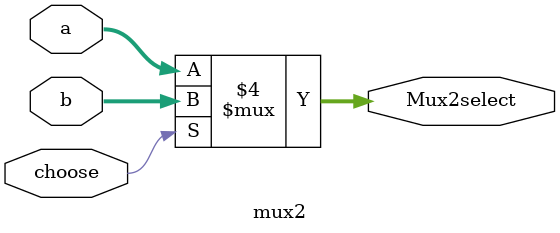
<source format=v>
`timescale 1ns / 1ps


module mux2(
input[31:0]a,
input[31:0]b,
input choose,
output reg [31:0]Mux2select
    );
    always @(*)
    begin
    if(choose==1)
      Mux2select=b;
    else
      Mux2select=a;

    end
endmodule

</source>
